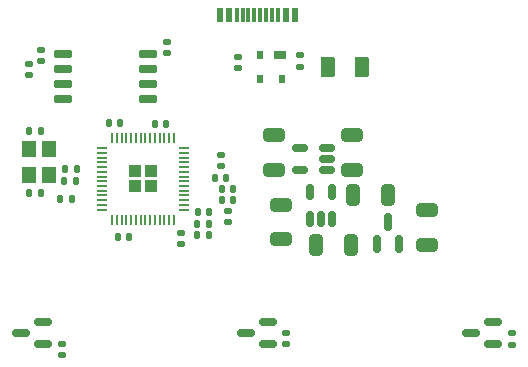
<source format=gbr>
%TF.GenerationSoftware,KiCad,Pcbnew,(7.0.0-0)*%
%TF.CreationDate,2023-04-23T13:29:19-05:00*%
%TF.ProjectId,RP2040,52503230-3430-42e6-9b69-6361645f7063,REV1*%
%TF.SameCoordinates,Original*%
%TF.FileFunction,Paste,Top*%
%TF.FilePolarity,Positive*%
%FSLAX46Y46*%
G04 Gerber Fmt 4.6, Leading zero omitted, Abs format (unit mm)*
G04 Created by KiCad (PCBNEW (7.0.0-0)) date 2023-04-23 13:29:19*
%MOMM*%
%LPD*%
G01*
G04 APERTURE LIST*
G04 Aperture macros list*
%AMRoundRect*
0 Rectangle with rounded corners*
0 $1 Rounding radius*
0 $2 $3 $4 $5 $6 $7 $8 $9 X,Y pos of 4 corners*
0 Add a 4 corners polygon primitive as box body*
4,1,4,$2,$3,$4,$5,$6,$7,$8,$9,$2,$3,0*
0 Add four circle primitives for the rounded corners*
1,1,$1+$1,$2,$3*
1,1,$1+$1,$4,$5*
1,1,$1+$1,$6,$7*
1,1,$1+$1,$8,$9*
0 Add four rect primitives between the rounded corners*
20,1,$1+$1,$2,$3,$4,$5,0*
20,1,$1+$1,$4,$5,$6,$7,0*
20,1,$1+$1,$6,$7,$8,$9,0*
20,1,$1+$1,$8,$9,$2,$3,0*%
G04 Aperture macros list end*
%ADD10RoundRect,0.140000X-0.170000X0.140000X-0.170000X-0.140000X0.170000X-0.140000X0.170000X0.140000X0*%
%ADD11R,0.600000X1.150000*%
%ADD12R,0.300000X1.150000*%
%ADD13RoundRect,0.140000X-0.140000X-0.170000X0.140000X-0.170000X0.140000X0.170000X-0.140000X0.170000X0*%
%ADD14RoundRect,0.150000X0.512500X0.150000X-0.512500X0.150000X-0.512500X-0.150000X0.512500X-0.150000X0*%
%ADD15RoundRect,0.140000X0.140000X0.170000X-0.140000X0.170000X-0.140000X-0.170000X0.140000X-0.170000X0*%
%ADD16RoundRect,0.150000X0.587500X0.150000X-0.587500X0.150000X-0.587500X-0.150000X0.587500X-0.150000X0*%
%ADD17RoundRect,0.250000X0.650000X-0.325000X0.650000X0.325000X-0.650000X0.325000X-0.650000X-0.325000X0*%
%ADD18RoundRect,0.150000X0.150000X-0.587500X0.150000X0.587500X-0.150000X0.587500X-0.150000X-0.587500X0*%
%ADD19R,1.200000X1.400000*%
%ADD20R,1.000000X0.700000*%
%ADD21R,0.600000X0.700000*%
%ADD22RoundRect,0.250000X-0.325000X-0.650000X0.325000X-0.650000X0.325000X0.650000X-0.325000X0.650000X0*%
%ADD23RoundRect,0.140000X0.170000X-0.140000X0.170000X0.140000X-0.170000X0.140000X-0.170000X-0.140000X0*%
%ADD24RoundRect,0.150000X-0.650000X-0.150000X0.650000X-0.150000X0.650000X0.150000X-0.650000X0.150000X0*%
%ADD25RoundRect,0.250000X0.325000X0.650000X-0.325000X0.650000X-0.325000X-0.650000X0.325000X-0.650000X0*%
%ADD26RoundRect,0.250000X-0.650000X0.325000X-0.650000X-0.325000X0.650000X-0.325000X0.650000X0.325000X0*%
%ADD27RoundRect,0.135000X0.135000X0.185000X-0.135000X0.185000X-0.135000X-0.185000X0.135000X-0.185000X0*%
%ADD28RoundRect,0.250000X-0.292217X0.292217X-0.292217X-0.292217X0.292217X-0.292217X0.292217X0.292217X0*%
%ADD29RoundRect,0.050000X-0.050000X0.387500X-0.050000X-0.387500X0.050000X-0.387500X0.050000X0.387500X0*%
%ADD30RoundRect,0.050000X-0.387500X0.050000X-0.387500X-0.050000X0.387500X-0.050000X0.387500X0.050000X0*%
%ADD31RoundRect,0.250000X-0.375000X-0.625000X0.375000X-0.625000X0.375000X0.625000X-0.375000X0.625000X0*%
%ADD32RoundRect,0.150000X0.150000X-0.512500X0.150000X0.512500X-0.150000X0.512500X-0.150000X-0.512500X0*%
G04 APERTURE END LIST*
D10*
%TO.C,C9*%
X-2515000Y10330000D03*
X-2515000Y9370000D03*
%TD*%
D11*
%TO.C,P1*%
X3199999Y26894999D03*
X2399999Y26894999D03*
D12*
X1249999Y26894999D03*
X249999Y26894999D03*
X-249999Y26894999D03*
X-1249999Y26894999D03*
D11*
X-2399999Y26894999D03*
X-3199999Y26894999D03*
X-3199999Y26894999D03*
X-2399999Y26894999D03*
D12*
X-1749999Y26894999D03*
X-749999Y26894999D03*
X749999Y26894999D03*
X1749999Y26894999D03*
D11*
X2399999Y26894999D03*
X3199999Y26894999D03*
%TD*%
D13*
%TO.C,C12*%
X-5085000Y8240000D03*
X-4125000Y8240000D03*
%TD*%
D10*
%TO.C,C8*%
X-6455000Y8440000D03*
X-6455000Y7480000D03*
%TD*%
D13*
%TO.C,C21*%
X-19310000Y11840000D03*
X-18350000Y11840000D03*
%TD*%
D14*
%TO.C,U6*%
X5862500Y13740000D03*
X5862500Y14690000D03*
X5862500Y15640000D03*
X3587500Y15640000D03*
X3587500Y13740000D03*
%TD*%
D15*
%TO.C,C2*%
X-15730000Y11330000D03*
X-16690000Y11330000D03*
%TD*%
D16*
%TO.C,U9*%
X19987500Y-950000D03*
X19987500Y950000D03*
X18112500Y0D03*
%TD*%
D15*
%TO.C,R3*%
X-2055000Y12180000D03*
X-3015000Y12180000D03*
%TD*%
D17*
%TO.C,C18*%
X8030000Y13815000D03*
X8030000Y16765000D03*
%TD*%
D18*
%TO.C,U2*%
X10120000Y7480000D03*
X12020000Y7480000D03*
X11070000Y9355000D03*
%TD*%
D13*
%TO.C,C11*%
X-5095000Y9230000D03*
X-4135000Y9230000D03*
%TD*%
D19*
%TO.C,Y1*%
X-19338092Y15549999D03*
X-19338092Y13349999D03*
X-17638092Y13349999D03*
X-17638092Y15549999D03*
%TD*%
D15*
%TO.C,C4*%
X-15380000Y12820000D03*
X-16340000Y12820000D03*
%TD*%
D20*
%TO.C,U1*%
X1909999Y23479999D03*
D21*
X209999Y23479999D03*
X209999Y21479999D03*
X2109999Y21479999D03*
%TD*%
D22*
%TO.C,C16*%
X4960000Y7455000D03*
X7910000Y7455000D03*
%TD*%
D15*
%TO.C,R4*%
X-2065000Y11250000D03*
X-3025000Y11250000D03*
%TD*%
D10*
%TO.C,R1*%
X3602500Y23480000D03*
X3602500Y22520000D03*
%TD*%
D23*
%TO.C,R7*%
X-19340000Y21820000D03*
X-19340000Y22780000D03*
%TD*%
%TO.C,C13*%
X-7655000Y23660000D03*
X-7655000Y24620000D03*
%TD*%
D24*
%TO.C,U5*%
X-16435000Y23635000D03*
X-16435000Y22365000D03*
X-16435000Y21095000D03*
X-16435000Y19825000D03*
X-9235000Y19825000D03*
X-9235000Y21095000D03*
X-9235000Y22365000D03*
X-9235000Y23635000D03*
%TD*%
D25*
%TO.C,C14*%
X11055000Y11645000D03*
X8105000Y11645000D03*
%TD*%
D13*
%TO.C,C5*%
X-3585000Y13120000D03*
X-2625000Y13120000D03*
%TD*%
D23*
%TO.C,C22*%
X-16580000Y-1880000D03*
X-16580000Y-920000D03*
%TD*%
D15*
%TO.C,C6*%
X-11600000Y17730000D03*
X-12560000Y17730000D03*
%TD*%
D26*
%TO.C,C17*%
X2042813Y10848687D03*
X2042813Y7898687D03*
%TD*%
D10*
%TO.C,R5*%
X-18350000Y23940000D03*
X-18350000Y22980000D03*
%TD*%
D15*
%TO.C,C20*%
X-18350000Y17060000D03*
X-19310000Y17060000D03*
%TD*%
D27*
%TO.C,R8*%
X-15250000Y13840000D03*
X-16270000Y13840000D03*
%TD*%
D16*
%TO.C,U8*%
X937500Y-950000D03*
X937500Y950000D03*
X-937500Y0D03*
%TD*%
D10*
%TO.C,C24*%
X2450000Y10000D03*
X2450000Y-950000D03*
%TD*%
D28*
%TO.C,U3*%
X-9045162Y13659500D03*
X-10320162Y13659500D03*
X-9045162Y12384500D03*
X-10320162Y12384500D03*
D29*
X-7082662Y16459500D03*
X-7482662Y16459500D03*
X-7882662Y16459500D03*
X-8282662Y16459500D03*
X-8682662Y16459500D03*
X-9082662Y16459500D03*
X-9482662Y16459500D03*
X-9882662Y16459500D03*
X-10282662Y16459500D03*
X-10682662Y16459500D03*
X-11082662Y16459500D03*
X-11482662Y16459500D03*
X-11882662Y16459500D03*
X-12282662Y16459500D03*
D30*
X-13120162Y15622000D03*
X-13120162Y15222000D03*
X-13120162Y14822000D03*
X-13120162Y14422000D03*
X-13120162Y14022000D03*
X-13120162Y13622000D03*
X-13120162Y13222000D03*
X-13120162Y12822000D03*
X-13120162Y12422000D03*
X-13120162Y12022000D03*
X-13120162Y11622000D03*
X-13120162Y11222000D03*
X-13120162Y10822000D03*
X-13120162Y10422000D03*
D29*
X-12282662Y9584500D03*
X-11882662Y9584500D03*
X-11482662Y9584500D03*
X-11082662Y9584500D03*
X-10682662Y9584500D03*
X-10282662Y9584500D03*
X-9882662Y9584500D03*
X-9482662Y9584500D03*
X-9082662Y9584500D03*
X-8682662Y9584500D03*
X-8282662Y9584500D03*
X-7882662Y9584500D03*
X-7482662Y9584500D03*
X-7082662Y9584500D03*
D30*
X-6245162Y10422000D03*
X-6245162Y10822000D03*
X-6245162Y11222000D03*
X-6245162Y11622000D03*
X-6245162Y12022000D03*
X-6245162Y12422000D03*
X-6245162Y12822000D03*
X-6245162Y13222000D03*
X-6245162Y13622000D03*
X-6245162Y14022000D03*
X-6245162Y14422000D03*
X-6245162Y14822000D03*
X-6245162Y15222000D03*
X-6245162Y15622000D03*
%TD*%
D17*
%TO.C,C15*%
X14365000Y7442500D03*
X14365000Y10392500D03*
%TD*%
D16*
%TO.C,U7*%
X-18112500Y-950000D03*
X-18112500Y950000D03*
X-19987500Y0D03*
%TD*%
D10*
%TO.C,R2*%
X-1680000Y23340000D03*
X-1680000Y22380000D03*
%TD*%
%TO.C,C23*%
X21520000Y-50000D03*
X21520000Y-1010000D03*
%TD*%
D15*
%TO.C,C7*%
X-7725000Y17710000D03*
X-8685000Y17710000D03*
%TD*%
%TO.C,C3*%
X-10835000Y8070000D03*
X-11795000Y8070000D03*
%TD*%
D31*
%TO.C,F1*%
X6020000Y22520000D03*
X8820000Y22520000D03*
%TD*%
D23*
%TO.C,C1*%
X-3115000Y14080000D03*
X-3115000Y15040000D03*
%TD*%
D13*
%TO.C,C10*%
X-5035000Y10240000D03*
X-4075000Y10240000D03*
%TD*%
D17*
%TO.C,C19*%
X1450000Y13815000D03*
X1450000Y16765000D03*
%TD*%
D32*
%TO.C,U4*%
X4435000Y9647500D03*
X5385000Y9647500D03*
X6335000Y9647500D03*
X6335000Y11922500D03*
X4435000Y11922500D03*
%TD*%
M02*

</source>
